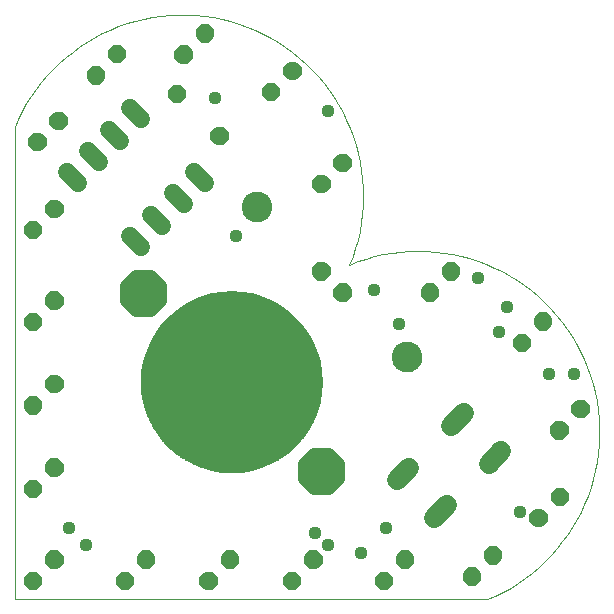
<source format=gbs>
G75*
G70*
%OFA0B0*%
%FSLAX24Y24*%
%IPPOS*%
%LPD*%
%AMOC8*
5,1,8,0,0,1.08239X$1,22.5*
%
%ADD10C,0.0000*%
%ADD11C,0.1025*%
%ADD12C,0.0120*%
%ADD13C,0.0600*%
%ADD14C,0.0680*%
%ADD15R,0.1680X0.1680*%
%ADD16C,0.0316*%
%ADD17C,0.0050*%
%ADD18C,0.0437*%
D10*
X009756Y010038D02*
X009756Y025786D01*
X009873Y026053D01*
X010003Y026314D01*
X010146Y026569D01*
X010300Y026816D01*
X010467Y027055D01*
X010645Y027287D01*
X010833Y027509D01*
X011033Y027722D01*
X011242Y027925D01*
X011461Y028117D01*
X011689Y028299D01*
X011925Y028470D01*
X012170Y028629D01*
X012422Y028776D01*
X012680Y028911D01*
X012945Y029033D01*
X013216Y029142D01*
X013491Y029238D01*
X013771Y029320D01*
X014054Y029389D01*
X014340Y029444D01*
X014629Y029485D01*
X014919Y029513D01*
X015211Y029526D01*
X015502Y029525D01*
X015794Y029510D01*
X016084Y029481D01*
X016372Y029438D01*
X016658Y029381D01*
X016941Y029310D01*
X017220Y029226D01*
X017495Y029128D01*
X017765Y029017D01*
X018029Y028893D01*
X018286Y028757D01*
X018537Y028608D01*
X018781Y028448D01*
X019016Y028276D01*
X019243Y028092D01*
X019461Y027898D01*
X019669Y027694D01*
X019866Y027480D01*
X020054Y027256D01*
X020230Y027024D01*
X020395Y026783D01*
X020548Y026535D01*
X020689Y026280D01*
X020817Y026018D01*
X020933Y025750D01*
X021035Y025477D01*
X021125Y025200D01*
X021200Y024918D01*
X021262Y024633D01*
X021310Y024345D01*
X021345Y024056D01*
X021365Y023765D01*
X021371Y023473D01*
X021363Y023182D01*
X021341Y022891D01*
X021305Y022602D01*
X021255Y022314D01*
X021191Y022030D01*
X021113Y021749D01*
X021022Y021472D01*
X020918Y021199D01*
X022368Y018112D02*
X022370Y018155D01*
X022376Y018197D01*
X022386Y018239D01*
X022399Y018280D01*
X022416Y018320D01*
X022437Y018357D01*
X022461Y018393D01*
X022488Y018426D01*
X022518Y018457D01*
X022551Y018485D01*
X022586Y018510D01*
X022623Y018531D01*
X022662Y018549D01*
X022702Y018563D01*
X022744Y018574D01*
X022786Y018581D01*
X022829Y018584D01*
X022872Y018583D01*
X022915Y018578D01*
X022957Y018569D01*
X022998Y018557D01*
X023038Y018541D01*
X023076Y018521D01*
X023112Y018498D01*
X023146Y018471D01*
X023178Y018442D01*
X023206Y018410D01*
X023232Y018375D01*
X023254Y018339D01*
X023273Y018300D01*
X023288Y018260D01*
X023300Y018219D01*
X023308Y018176D01*
X023312Y018133D01*
X023312Y018091D01*
X023308Y018048D01*
X023300Y018005D01*
X023288Y017964D01*
X023273Y017924D01*
X023254Y017885D01*
X023232Y017849D01*
X023206Y017814D01*
X023178Y017782D01*
X023146Y017753D01*
X023112Y017726D01*
X023076Y017703D01*
X023038Y017683D01*
X022998Y017667D01*
X022957Y017655D01*
X022915Y017646D01*
X022872Y017641D01*
X022829Y017640D01*
X022786Y017643D01*
X022744Y017650D01*
X022702Y017661D01*
X022662Y017675D01*
X022623Y017693D01*
X022586Y017714D01*
X022551Y017739D01*
X022518Y017767D01*
X022488Y017798D01*
X022461Y017831D01*
X022437Y017867D01*
X022416Y017904D01*
X022399Y017944D01*
X022386Y017985D01*
X022376Y018027D01*
X022370Y018069D01*
X022368Y018112D01*
X020918Y021200D02*
X021190Y021304D01*
X021467Y021395D01*
X021748Y021473D01*
X022033Y021537D01*
X022320Y021587D01*
X022609Y021623D01*
X022900Y021645D01*
X023191Y021653D01*
X023483Y021647D01*
X023774Y021627D01*
X024063Y021592D01*
X024351Y021544D01*
X024636Y021482D01*
X024918Y021407D01*
X025195Y021317D01*
X025468Y021215D01*
X025736Y021099D01*
X025998Y020971D01*
X026253Y020830D01*
X026501Y020677D01*
X026742Y020512D01*
X026974Y020336D01*
X027198Y020148D01*
X027412Y019951D01*
X027616Y019743D01*
X027810Y019525D01*
X027994Y019298D01*
X028166Y019063D01*
X028326Y018819D01*
X028475Y018568D01*
X028611Y018311D01*
X028735Y018047D01*
X028846Y017777D01*
X028944Y017502D01*
X029028Y017223D01*
X029099Y016940D01*
X029156Y016654D01*
X029199Y016366D01*
X029228Y016076D01*
X029243Y015784D01*
X029244Y015493D01*
X029231Y015201D01*
X029203Y014911D01*
X029162Y014622D01*
X029107Y014336D01*
X029038Y014053D01*
X028956Y013773D01*
X028860Y013498D01*
X028751Y013227D01*
X028629Y012962D01*
X028494Y012704D01*
X028347Y012452D01*
X028188Y012207D01*
X028017Y011971D01*
X027835Y011743D01*
X027643Y011524D01*
X027440Y011315D01*
X027227Y011115D01*
X027005Y010927D01*
X026773Y010749D01*
X026534Y010582D01*
X026287Y010428D01*
X026032Y010285D01*
X025771Y010155D01*
X025504Y010038D01*
X009756Y010038D01*
X017357Y023123D02*
X017359Y023166D01*
X017365Y023208D01*
X017375Y023250D01*
X017388Y023291D01*
X017405Y023331D01*
X017426Y023368D01*
X017450Y023404D01*
X017477Y023437D01*
X017507Y023468D01*
X017540Y023496D01*
X017575Y023521D01*
X017612Y023542D01*
X017651Y023560D01*
X017691Y023574D01*
X017733Y023585D01*
X017775Y023592D01*
X017818Y023595D01*
X017861Y023594D01*
X017904Y023589D01*
X017946Y023580D01*
X017987Y023568D01*
X018027Y023552D01*
X018065Y023532D01*
X018101Y023509D01*
X018135Y023482D01*
X018167Y023453D01*
X018195Y023421D01*
X018221Y023386D01*
X018243Y023350D01*
X018262Y023311D01*
X018277Y023271D01*
X018289Y023230D01*
X018297Y023187D01*
X018301Y023144D01*
X018301Y023102D01*
X018297Y023059D01*
X018289Y023016D01*
X018277Y022975D01*
X018262Y022935D01*
X018243Y022896D01*
X018221Y022860D01*
X018195Y022825D01*
X018167Y022793D01*
X018135Y022764D01*
X018101Y022737D01*
X018065Y022714D01*
X018027Y022694D01*
X017987Y022678D01*
X017946Y022666D01*
X017904Y022657D01*
X017861Y022652D01*
X017818Y022651D01*
X017775Y022654D01*
X017733Y022661D01*
X017691Y022672D01*
X017651Y022686D01*
X017612Y022704D01*
X017575Y022725D01*
X017540Y022750D01*
X017507Y022778D01*
X017477Y022809D01*
X017450Y022842D01*
X017426Y022878D01*
X017405Y022915D01*
X017388Y022955D01*
X017375Y022996D01*
X017365Y023038D01*
X017359Y023080D01*
X017357Y023123D01*
D11*
X017829Y023123D03*
X022840Y018112D03*
D12*
X023421Y020225D02*
X023361Y020165D01*
X023361Y020363D01*
X023501Y020503D01*
X023699Y020503D01*
X023839Y020363D01*
X023839Y020165D01*
X023699Y020025D01*
X023501Y020025D01*
X023361Y020165D01*
X023451Y020202D01*
X023451Y020326D01*
X023538Y020413D01*
X023662Y020413D01*
X023749Y020326D01*
X023749Y020202D01*
X023662Y020115D01*
X023538Y020115D01*
X023451Y020202D01*
X023541Y020239D01*
X023541Y020289D01*
X023575Y020323D01*
X023625Y020323D01*
X023659Y020289D01*
X023659Y020239D01*
X023625Y020205D01*
X023575Y020205D01*
X023541Y020239D01*
X024129Y020932D02*
X024069Y020872D01*
X024069Y021070D01*
X024209Y021210D01*
X024407Y021210D01*
X024547Y021070D01*
X024547Y020872D01*
X024407Y020732D01*
X024209Y020732D01*
X024069Y020872D01*
X024159Y020909D01*
X024159Y021033D01*
X024246Y021120D01*
X024370Y021120D01*
X024457Y021033D01*
X024457Y020909D01*
X024370Y020822D01*
X024246Y020822D01*
X024159Y020909D01*
X024249Y020946D01*
X024249Y020996D01*
X024283Y021030D01*
X024333Y021030D01*
X024367Y020996D01*
X024367Y020946D01*
X024333Y020912D01*
X024283Y020912D01*
X024249Y020946D01*
X026484Y018554D02*
X026424Y018494D01*
X026424Y018692D01*
X026564Y018832D01*
X026762Y018832D01*
X026902Y018692D01*
X026902Y018494D01*
X026762Y018354D01*
X026564Y018354D01*
X026424Y018494D01*
X026514Y018531D01*
X026514Y018655D01*
X026601Y018742D01*
X026725Y018742D01*
X026812Y018655D01*
X026812Y018531D01*
X026725Y018444D01*
X026601Y018444D01*
X026514Y018531D01*
X026604Y018568D01*
X026604Y018618D01*
X026638Y018652D01*
X026688Y018652D01*
X026722Y018618D01*
X026722Y018568D01*
X026688Y018534D01*
X026638Y018534D01*
X026604Y018568D01*
X027191Y019261D02*
X027131Y019201D01*
X027131Y019399D01*
X027271Y019539D01*
X027469Y019539D01*
X027609Y019399D01*
X027609Y019201D01*
X027469Y019061D01*
X027271Y019061D01*
X027131Y019201D01*
X027221Y019238D01*
X027221Y019362D01*
X027308Y019449D01*
X027432Y019449D01*
X027519Y019362D01*
X027519Y019238D01*
X027432Y019151D01*
X027308Y019151D01*
X027221Y019238D01*
X027311Y019275D01*
X027311Y019325D01*
X027345Y019359D01*
X027395Y019359D01*
X027429Y019325D01*
X027429Y019275D01*
X027395Y019241D01*
X027345Y019241D01*
X027311Y019275D01*
X028444Y016338D02*
X028384Y016278D01*
X028384Y016476D01*
X028524Y016616D01*
X028722Y016616D01*
X028862Y016476D01*
X028862Y016278D01*
X028722Y016138D01*
X028524Y016138D01*
X028384Y016278D01*
X028474Y016315D01*
X028474Y016439D01*
X028561Y016526D01*
X028685Y016526D01*
X028772Y016439D01*
X028772Y016315D01*
X028685Y016228D01*
X028561Y016228D01*
X028474Y016315D01*
X028564Y016352D01*
X028564Y016402D01*
X028598Y016436D01*
X028648Y016436D01*
X028682Y016402D01*
X028682Y016352D01*
X028648Y016318D01*
X028598Y016318D01*
X028564Y016352D01*
X027736Y015631D02*
X027676Y015571D01*
X027676Y015769D01*
X027816Y015909D01*
X028014Y015909D01*
X028154Y015769D01*
X028154Y015571D01*
X028014Y015431D01*
X027816Y015431D01*
X027676Y015571D01*
X027766Y015608D01*
X027766Y015732D01*
X027853Y015819D01*
X027977Y015819D01*
X028064Y015732D01*
X028064Y015608D01*
X027977Y015521D01*
X027853Y015521D01*
X027766Y015608D01*
X027856Y015645D01*
X027856Y015695D01*
X027890Y015729D01*
X027940Y015729D01*
X027974Y015695D01*
X027974Y015645D01*
X027940Y015611D01*
X027890Y015611D01*
X027856Y015645D01*
X027748Y013415D02*
X027688Y013355D01*
X027688Y013553D01*
X027828Y013693D01*
X028026Y013693D01*
X028166Y013553D01*
X028166Y013355D01*
X028026Y013215D01*
X027828Y013215D01*
X027688Y013355D01*
X027778Y013392D01*
X027778Y013516D01*
X027865Y013603D01*
X027989Y013603D01*
X028076Y013516D01*
X028076Y013392D01*
X027989Y013305D01*
X027865Y013305D01*
X027778Y013392D01*
X027868Y013429D01*
X027868Y013479D01*
X027902Y013513D01*
X027952Y013513D01*
X027986Y013479D01*
X027986Y013429D01*
X027952Y013395D01*
X027902Y013395D01*
X027868Y013429D01*
X027040Y012708D02*
X026980Y012648D01*
X026980Y012846D01*
X027120Y012986D01*
X027318Y012986D01*
X027458Y012846D01*
X027458Y012648D01*
X027318Y012508D01*
X027120Y012508D01*
X026980Y012648D01*
X027070Y012685D01*
X027070Y012809D01*
X027157Y012896D01*
X027281Y012896D01*
X027368Y012809D01*
X027368Y012685D01*
X027281Y012598D01*
X027157Y012598D01*
X027070Y012685D01*
X027160Y012722D01*
X027160Y012772D01*
X027194Y012806D01*
X027244Y012806D01*
X027278Y012772D01*
X027278Y012722D01*
X027244Y012688D01*
X027194Y012688D01*
X027160Y012722D01*
X025520Y011467D02*
X025460Y011407D01*
X025460Y011605D01*
X025600Y011745D01*
X025798Y011745D01*
X025938Y011605D01*
X025938Y011407D01*
X025798Y011267D01*
X025600Y011267D01*
X025460Y011407D01*
X025550Y011444D01*
X025550Y011568D01*
X025637Y011655D01*
X025761Y011655D01*
X025848Y011568D01*
X025848Y011444D01*
X025761Y011357D01*
X025637Y011357D01*
X025550Y011444D01*
X025640Y011481D01*
X025640Y011531D01*
X025674Y011565D01*
X025724Y011565D01*
X025758Y011531D01*
X025758Y011481D01*
X025724Y011447D01*
X025674Y011447D01*
X025640Y011481D01*
X024813Y010759D02*
X024753Y010699D01*
X024753Y010897D01*
X024893Y011037D01*
X025091Y011037D01*
X025231Y010897D01*
X025231Y010699D01*
X025091Y010559D01*
X024893Y010559D01*
X024753Y010699D01*
X024843Y010736D01*
X024843Y010860D01*
X024930Y010947D01*
X025054Y010947D01*
X025141Y010860D01*
X025141Y010736D01*
X025054Y010649D01*
X024930Y010649D01*
X024843Y010736D01*
X024933Y010773D01*
X024933Y010823D01*
X024967Y010857D01*
X025017Y010857D01*
X025051Y010823D01*
X025051Y010773D01*
X025017Y010739D01*
X024967Y010739D01*
X024933Y010773D01*
X022597Y011327D02*
X022537Y011267D01*
X022537Y011465D01*
X022677Y011605D01*
X022875Y011605D01*
X023015Y011465D01*
X023015Y011267D01*
X022875Y011127D01*
X022677Y011127D01*
X022537Y011267D01*
X022627Y011304D01*
X022627Y011428D01*
X022714Y011515D01*
X022838Y011515D01*
X022925Y011428D01*
X022925Y011304D01*
X022838Y011217D01*
X022714Y011217D01*
X022627Y011304D01*
X022717Y011341D01*
X022717Y011391D01*
X022751Y011425D01*
X022801Y011425D01*
X022835Y011391D01*
X022835Y011341D01*
X022801Y011307D01*
X022751Y011307D01*
X022717Y011341D01*
X021890Y010620D02*
X021830Y010560D01*
X021830Y010758D01*
X021970Y010898D01*
X022168Y010898D01*
X022308Y010758D01*
X022308Y010560D01*
X022168Y010420D01*
X021970Y010420D01*
X021830Y010560D01*
X021920Y010597D01*
X021920Y010721D01*
X022007Y010808D01*
X022131Y010808D01*
X022218Y010721D01*
X022218Y010597D01*
X022131Y010510D01*
X022007Y010510D01*
X021920Y010597D01*
X022010Y010634D01*
X022010Y010684D01*
X022044Y010718D01*
X022094Y010718D01*
X022128Y010684D01*
X022128Y010634D01*
X022094Y010600D01*
X022044Y010600D01*
X022010Y010634D01*
X019535Y011327D02*
X019475Y011267D01*
X019475Y011465D01*
X019615Y011605D01*
X019813Y011605D01*
X019953Y011465D01*
X019953Y011267D01*
X019813Y011127D01*
X019615Y011127D01*
X019475Y011267D01*
X019565Y011304D01*
X019565Y011428D01*
X019652Y011515D01*
X019776Y011515D01*
X019863Y011428D01*
X019863Y011304D01*
X019776Y011217D01*
X019652Y011217D01*
X019565Y011304D01*
X019655Y011341D01*
X019655Y011391D01*
X019689Y011425D01*
X019739Y011425D01*
X019773Y011391D01*
X019773Y011341D01*
X019739Y011307D01*
X019689Y011307D01*
X019655Y011341D01*
X018828Y010620D02*
X018768Y010560D01*
X018768Y010758D01*
X018908Y010898D01*
X019106Y010898D01*
X019246Y010758D01*
X019246Y010560D01*
X019106Y010420D01*
X018908Y010420D01*
X018768Y010560D01*
X018858Y010597D01*
X018858Y010721D01*
X018945Y010808D01*
X019069Y010808D01*
X019156Y010721D01*
X019156Y010597D01*
X019069Y010510D01*
X018945Y010510D01*
X018858Y010597D01*
X018948Y010634D01*
X018948Y010684D01*
X018982Y010718D01*
X019032Y010718D01*
X019066Y010684D01*
X019066Y010634D01*
X019032Y010600D01*
X018982Y010600D01*
X018948Y010634D01*
X016751Y011327D02*
X016691Y011267D01*
X016691Y011465D01*
X016831Y011605D01*
X017029Y011605D01*
X017169Y011465D01*
X017169Y011267D01*
X017029Y011127D01*
X016831Y011127D01*
X016691Y011267D01*
X016781Y011304D01*
X016781Y011428D01*
X016868Y011515D01*
X016992Y011515D01*
X017079Y011428D01*
X017079Y011304D01*
X016992Y011217D01*
X016868Y011217D01*
X016781Y011304D01*
X016871Y011341D01*
X016871Y011391D01*
X016905Y011425D01*
X016955Y011425D01*
X016989Y011391D01*
X016989Y011341D01*
X016955Y011307D01*
X016905Y011307D01*
X016871Y011341D01*
X016044Y010620D02*
X015984Y010560D01*
X015984Y010758D01*
X016124Y010898D01*
X016322Y010898D01*
X016462Y010758D01*
X016462Y010560D01*
X016322Y010420D01*
X016124Y010420D01*
X015984Y010560D01*
X016074Y010597D01*
X016074Y010721D01*
X016161Y010808D01*
X016285Y010808D01*
X016372Y010721D01*
X016372Y010597D01*
X016285Y010510D01*
X016161Y010510D01*
X016074Y010597D01*
X016164Y010634D01*
X016164Y010684D01*
X016198Y010718D01*
X016248Y010718D01*
X016282Y010684D01*
X016282Y010634D01*
X016248Y010600D01*
X016198Y010600D01*
X016164Y010634D01*
X013967Y011327D02*
X013907Y011267D01*
X013907Y011465D01*
X014047Y011605D01*
X014245Y011605D01*
X014385Y011465D01*
X014385Y011267D01*
X014245Y011127D01*
X014047Y011127D01*
X013907Y011267D01*
X013997Y011304D01*
X013997Y011428D01*
X014084Y011515D01*
X014208Y011515D01*
X014295Y011428D01*
X014295Y011304D01*
X014208Y011217D01*
X014084Y011217D01*
X013997Y011304D01*
X014087Y011341D01*
X014087Y011391D01*
X014121Y011425D01*
X014171Y011425D01*
X014205Y011391D01*
X014205Y011341D01*
X014171Y011307D01*
X014121Y011307D01*
X014087Y011341D01*
X013260Y010620D02*
X013200Y010560D01*
X013200Y010758D01*
X013340Y010898D01*
X013538Y010898D01*
X013678Y010758D01*
X013678Y010560D01*
X013538Y010420D01*
X013340Y010420D01*
X013200Y010560D01*
X013290Y010597D01*
X013290Y010721D01*
X013377Y010808D01*
X013501Y010808D01*
X013588Y010721D01*
X013588Y010597D01*
X013501Y010510D01*
X013377Y010510D01*
X013290Y010597D01*
X013380Y010634D01*
X013380Y010684D01*
X013414Y010718D01*
X013464Y010718D01*
X013498Y010684D01*
X013498Y010634D01*
X013464Y010600D01*
X013414Y010600D01*
X013380Y010634D01*
X010905Y011327D02*
X010845Y011267D01*
X010845Y011465D01*
X010985Y011605D01*
X011183Y011605D01*
X011323Y011465D01*
X011323Y011267D01*
X011183Y011127D01*
X010985Y011127D01*
X010845Y011267D01*
X010935Y011304D01*
X010935Y011428D01*
X011022Y011515D01*
X011146Y011515D01*
X011233Y011428D01*
X011233Y011304D01*
X011146Y011217D01*
X011022Y011217D01*
X010935Y011304D01*
X011025Y011341D01*
X011025Y011391D01*
X011059Y011425D01*
X011109Y011425D01*
X011143Y011391D01*
X011143Y011341D01*
X011109Y011307D01*
X011059Y011307D01*
X011025Y011341D01*
X010198Y010620D02*
X010138Y010560D01*
X010138Y010758D01*
X010278Y010898D01*
X010476Y010898D01*
X010616Y010758D01*
X010616Y010560D01*
X010476Y010420D01*
X010278Y010420D01*
X010138Y010560D01*
X010228Y010597D01*
X010228Y010721D01*
X010315Y010808D01*
X010439Y010808D01*
X010526Y010721D01*
X010526Y010597D01*
X010439Y010510D01*
X010315Y010510D01*
X010228Y010597D01*
X010318Y010634D01*
X010318Y010684D01*
X010352Y010718D01*
X010402Y010718D01*
X010436Y010684D01*
X010436Y010634D01*
X010402Y010600D01*
X010352Y010600D01*
X010318Y010634D01*
X010198Y013682D02*
X010138Y013622D01*
X010138Y013820D01*
X010278Y013960D01*
X010476Y013960D01*
X010616Y013820D01*
X010616Y013622D01*
X010476Y013482D01*
X010278Y013482D01*
X010138Y013622D01*
X010228Y013659D01*
X010228Y013783D01*
X010315Y013870D01*
X010439Y013870D01*
X010526Y013783D01*
X010526Y013659D01*
X010439Y013572D01*
X010315Y013572D01*
X010228Y013659D01*
X010318Y013696D01*
X010318Y013746D01*
X010352Y013780D01*
X010402Y013780D01*
X010436Y013746D01*
X010436Y013696D01*
X010402Y013662D01*
X010352Y013662D01*
X010318Y013696D01*
X010905Y014390D02*
X010845Y014330D01*
X010845Y014528D01*
X010985Y014668D01*
X011183Y014668D01*
X011323Y014528D01*
X011323Y014330D01*
X011183Y014190D01*
X010985Y014190D01*
X010845Y014330D01*
X010935Y014367D01*
X010935Y014491D01*
X011022Y014578D01*
X011146Y014578D01*
X011233Y014491D01*
X011233Y014367D01*
X011146Y014280D01*
X011022Y014280D01*
X010935Y014367D01*
X011025Y014404D01*
X011025Y014454D01*
X011059Y014488D01*
X011109Y014488D01*
X011143Y014454D01*
X011143Y014404D01*
X011109Y014370D01*
X011059Y014370D01*
X011025Y014404D01*
X010198Y016466D02*
X010138Y016406D01*
X010138Y016604D01*
X010278Y016744D01*
X010476Y016744D01*
X010616Y016604D01*
X010616Y016406D01*
X010476Y016266D01*
X010278Y016266D01*
X010138Y016406D01*
X010228Y016443D01*
X010228Y016567D01*
X010315Y016654D01*
X010439Y016654D01*
X010526Y016567D01*
X010526Y016443D01*
X010439Y016356D01*
X010315Y016356D01*
X010228Y016443D01*
X010318Y016480D01*
X010318Y016530D01*
X010352Y016564D01*
X010402Y016564D01*
X010436Y016530D01*
X010436Y016480D01*
X010402Y016446D01*
X010352Y016446D01*
X010318Y016480D01*
X010905Y017173D02*
X010845Y017113D01*
X010845Y017311D01*
X010985Y017451D01*
X011183Y017451D01*
X011323Y017311D01*
X011323Y017113D01*
X011183Y016973D01*
X010985Y016973D01*
X010845Y017113D01*
X010935Y017150D01*
X010935Y017274D01*
X011022Y017361D01*
X011146Y017361D01*
X011233Y017274D01*
X011233Y017150D01*
X011146Y017063D01*
X011022Y017063D01*
X010935Y017150D01*
X011025Y017187D01*
X011025Y017237D01*
X011059Y017271D01*
X011109Y017271D01*
X011143Y017237D01*
X011143Y017187D01*
X011109Y017153D01*
X011059Y017153D01*
X011025Y017187D01*
X010198Y019250D02*
X010138Y019190D01*
X010138Y019388D01*
X010278Y019528D01*
X010476Y019528D01*
X010616Y019388D01*
X010616Y019190D01*
X010476Y019050D01*
X010278Y019050D01*
X010138Y019190D01*
X010228Y019227D01*
X010228Y019351D01*
X010315Y019438D01*
X010439Y019438D01*
X010526Y019351D01*
X010526Y019227D01*
X010439Y019140D01*
X010315Y019140D01*
X010228Y019227D01*
X010318Y019264D01*
X010318Y019314D01*
X010352Y019348D01*
X010402Y019348D01*
X010436Y019314D01*
X010436Y019264D01*
X010402Y019230D01*
X010352Y019230D01*
X010318Y019264D01*
X010905Y019957D02*
X010845Y019897D01*
X010845Y020095D01*
X010985Y020235D01*
X011183Y020235D01*
X011323Y020095D01*
X011323Y019897D01*
X011183Y019757D01*
X010985Y019757D01*
X010845Y019897D01*
X010935Y019934D01*
X010935Y020058D01*
X011022Y020145D01*
X011146Y020145D01*
X011233Y020058D01*
X011233Y019934D01*
X011146Y019847D01*
X011022Y019847D01*
X010935Y019934D01*
X011025Y019971D01*
X011025Y020021D01*
X011059Y020055D01*
X011109Y020055D01*
X011143Y020021D01*
X011143Y019971D01*
X011109Y019937D01*
X011059Y019937D01*
X011025Y019971D01*
X010198Y022312D02*
X010138Y022252D01*
X010138Y022450D01*
X010278Y022590D01*
X010476Y022590D01*
X010616Y022450D01*
X010616Y022252D01*
X010476Y022112D01*
X010278Y022112D01*
X010138Y022252D01*
X010228Y022289D01*
X010228Y022413D01*
X010315Y022500D01*
X010439Y022500D01*
X010526Y022413D01*
X010526Y022289D01*
X010439Y022202D01*
X010315Y022202D01*
X010228Y022289D01*
X010318Y022326D01*
X010318Y022376D01*
X010352Y022410D01*
X010402Y022410D01*
X010436Y022376D01*
X010436Y022326D01*
X010402Y022292D01*
X010352Y022292D01*
X010318Y022326D01*
X010905Y023020D02*
X010845Y022960D01*
X010845Y023158D01*
X010985Y023298D01*
X011183Y023298D01*
X011323Y023158D01*
X011323Y022960D01*
X011183Y022820D01*
X010985Y022820D01*
X010845Y022960D01*
X010935Y022997D01*
X010935Y023121D01*
X011022Y023208D01*
X011146Y023208D01*
X011233Y023121D01*
X011233Y022997D01*
X011146Y022910D01*
X011022Y022910D01*
X010935Y022997D01*
X011025Y023034D01*
X011025Y023084D01*
X011059Y023118D01*
X011109Y023118D01*
X011143Y023084D01*
X011143Y023034D01*
X011109Y023000D01*
X011059Y023000D01*
X011025Y023034D01*
X010337Y025236D02*
X010277Y025176D01*
X010277Y025374D01*
X010417Y025514D01*
X010615Y025514D01*
X010755Y025374D01*
X010755Y025176D01*
X010615Y025036D01*
X010417Y025036D01*
X010277Y025176D01*
X010367Y025213D01*
X010367Y025337D01*
X010454Y025424D01*
X010578Y025424D01*
X010665Y025337D01*
X010665Y025213D01*
X010578Y025126D01*
X010454Y025126D01*
X010367Y025213D01*
X010457Y025250D01*
X010457Y025300D01*
X010491Y025334D01*
X010541Y025334D01*
X010575Y025300D01*
X010575Y025250D01*
X010541Y025216D01*
X010491Y025216D01*
X010457Y025250D01*
X011044Y025943D02*
X010984Y025883D01*
X010984Y026081D01*
X011124Y026221D01*
X011322Y026221D01*
X011462Y026081D01*
X011462Y025883D01*
X011322Y025743D01*
X011124Y025743D01*
X010984Y025883D01*
X011074Y025920D01*
X011074Y026044D01*
X011161Y026131D01*
X011285Y026131D01*
X011372Y026044D01*
X011372Y025920D01*
X011285Y025833D01*
X011161Y025833D01*
X011074Y025920D01*
X011164Y025957D01*
X011164Y026007D01*
X011198Y026041D01*
X011248Y026041D01*
X011282Y026007D01*
X011282Y025957D01*
X011248Y025923D01*
X011198Y025923D01*
X011164Y025957D01*
X012286Y027463D02*
X012226Y027403D01*
X012226Y027601D01*
X012366Y027741D01*
X012564Y027741D01*
X012704Y027601D01*
X012704Y027403D01*
X012564Y027263D01*
X012366Y027263D01*
X012226Y027403D01*
X012316Y027440D01*
X012316Y027564D01*
X012403Y027651D01*
X012527Y027651D01*
X012614Y027564D01*
X012614Y027440D01*
X012527Y027353D01*
X012403Y027353D01*
X012316Y027440D01*
X012406Y027477D01*
X012406Y027527D01*
X012440Y027561D01*
X012490Y027561D01*
X012524Y027527D01*
X012524Y027477D01*
X012490Y027443D01*
X012440Y027443D01*
X012406Y027477D01*
X012993Y028170D02*
X012933Y028110D01*
X012933Y028308D01*
X013073Y028448D01*
X013271Y028448D01*
X013411Y028308D01*
X013411Y028110D01*
X013271Y027970D01*
X013073Y027970D01*
X012933Y028110D01*
X013023Y028147D01*
X013023Y028271D01*
X013110Y028358D01*
X013234Y028358D01*
X013321Y028271D01*
X013321Y028147D01*
X013234Y028060D01*
X013110Y028060D01*
X013023Y028147D01*
X013113Y028184D01*
X013113Y028234D01*
X013147Y028268D01*
X013197Y028268D01*
X013231Y028234D01*
X013231Y028184D01*
X013197Y028150D01*
X013147Y028150D01*
X013113Y028184D01*
X015135Y027071D02*
X015075Y027131D01*
X015273Y027131D01*
X015413Y026991D01*
X015413Y026793D01*
X015273Y026653D01*
X015075Y026653D01*
X014935Y026793D01*
X014935Y026991D01*
X015075Y027131D01*
X015112Y027041D01*
X015236Y027041D01*
X015323Y026954D01*
X015323Y026830D01*
X015236Y026743D01*
X015112Y026743D01*
X015025Y026830D01*
X015025Y026954D01*
X015112Y027041D01*
X015149Y026951D01*
X015199Y026951D01*
X015233Y026917D01*
X015233Y026867D01*
X015199Y026833D01*
X015149Y026833D01*
X015115Y026867D01*
X015115Y026917D01*
X015149Y026951D01*
X015209Y028159D02*
X015149Y028099D01*
X015149Y028297D01*
X015289Y028437D01*
X015487Y028437D01*
X015627Y028297D01*
X015627Y028099D01*
X015487Y027959D01*
X015289Y027959D01*
X015149Y028099D01*
X015239Y028136D01*
X015239Y028260D01*
X015326Y028347D01*
X015450Y028347D01*
X015537Y028260D01*
X015537Y028136D01*
X015450Y028049D01*
X015326Y028049D01*
X015239Y028136D01*
X015329Y028173D01*
X015329Y028223D01*
X015363Y028257D01*
X015413Y028257D01*
X015447Y028223D01*
X015447Y028173D01*
X015413Y028139D01*
X015363Y028139D01*
X015329Y028173D01*
X015916Y028866D02*
X015856Y028806D01*
X015856Y029004D01*
X015996Y029144D01*
X016194Y029144D01*
X016334Y029004D01*
X016334Y028806D01*
X016194Y028666D01*
X015996Y028666D01*
X015856Y028806D01*
X015946Y028843D01*
X015946Y028967D01*
X016033Y029054D01*
X016157Y029054D01*
X016244Y028967D01*
X016244Y028843D01*
X016157Y028756D01*
X016033Y028756D01*
X015946Y028843D01*
X016036Y028880D01*
X016036Y028930D01*
X016070Y028964D01*
X016120Y028964D01*
X016154Y028930D01*
X016154Y028880D01*
X016120Y028846D01*
X016070Y028846D01*
X016036Y028880D01*
X018132Y026906D02*
X018072Y026846D01*
X018072Y027044D01*
X018212Y027184D01*
X018410Y027184D01*
X018550Y027044D01*
X018550Y026846D01*
X018410Y026706D01*
X018212Y026706D01*
X018072Y026846D01*
X018162Y026883D01*
X018162Y027007D01*
X018249Y027094D01*
X018373Y027094D01*
X018460Y027007D01*
X018460Y026883D01*
X018373Y026796D01*
X018249Y026796D01*
X018162Y026883D01*
X018252Y026920D01*
X018252Y026970D01*
X018286Y027004D01*
X018336Y027004D01*
X018370Y026970D01*
X018370Y026920D01*
X018336Y026886D01*
X018286Y026886D01*
X018252Y026920D01*
X018839Y027613D02*
X018779Y027553D01*
X018779Y027751D01*
X018919Y027891D01*
X019117Y027891D01*
X019257Y027751D01*
X019257Y027553D01*
X019117Y027413D01*
X018919Y027413D01*
X018779Y027553D01*
X018869Y027590D01*
X018869Y027714D01*
X018956Y027801D01*
X019080Y027801D01*
X019167Y027714D01*
X019167Y027590D01*
X019080Y027503D01*
X018956Y027503D01*
X018869Y027590D01*
X018959Y027627D01*
X018959Y027677D01*
X018993Y027711D01*
X019043Y027711D01*
X019077Y027677D01*
X019077Y027627D01*
X019043Y027593D01*
X018993Y027593D01*
X018959Y027627D01*
X016549Y025657D02*
X016489Y025717D01*
X016687Y025717D01*
X016827Y025577D01*
X016827Y025379D01*
X016687Y025239D01*
X016489Y025239D01*
X016349Y025379D01*
X016349Y025577D01*
X016489Y025717D01*
X016526Y025627D01*
X016650Y025627D01*
X016737Y025540D01*
X016737Y025416D01*
X016650Y025329D01*
X016526Y025329D01*
X016439Y025416D01*
X016439Y025540D01*
X016526Y025627D01*
X016563Y025537D01*
X016613Y025537D01*
X016647Y025503D01*
X016647Y025453D01*
X016613Y025419D01*
X016563Y025419D01*
X016529Y025453D01*
X016529Y025503D01*
X016563Y025537D01*
X019802Y023844D02*
X019742Y023784D01*
X019742Y023982D01*
X019882Y024122D01*
X020080Y024122D01*
X020220Y023982D01*
X020220Y023784D01*
X020080Y023644D01*
X019882Y023644D01*
X019742Y023784D01*
X019832Y023821D01*
X019832Y023945D01*
X019919Y024032D01*
X020043Y024032D01*
X020130Y023945D01*
X020130Y023821D01*
X020043Y023734D01*
X019919Y023734D01*
X019832Y023821D01*
X019922Y023858D01*
X019922Y023908D01*
X019956Y023942D01*
X020006Y023942D01*
X020040Y023908D01*
X020040Y023858D01*
X020006Y023824D01*
X019956Y023824D01*
X019922Y023858D01*
X020510Y024551D02*
X020450Y024491D01*
X020450Y024689D01*
X020590Y024829D01*
X020788Y024829D01*
X020928Y024689D01*
X020928Y024491D01*
X020788Y024351D01*
X020590Y024351D01*
X020450Y024491D01*
X020540Y024528D01*
X020540Y024652D01*
X020627Y024739D01*
X020751Y024739D01*
X020838Y024652D01*
X020838Y024528D01*
X020751Y024441D01*
X020627Y024441D01*
X020540Y024528D01*
X020630Y024565D01*
X020630Y024615D01*
X020664Y024649D01*
X020714Y024649D01*
X020748Y024615D01*
X020748Y024565D01*
X020714Y024531D01*
X020664Y024531D01*
X020630Y024565D01*
X020020Y020792D02*
X020080Y020732D01*
X019882Y020732D01*
X019742Y020872D01*
X019742Y021070D01*
X019882Y021210D01*
X020080Y021210D01*
X020220Y021070D01*
X020220Y020872D01*
X020080Y020732D01*
X020043Y020822D01*
X019919Y020822D01*
X019832Y020909D01*
X019832Y021033D01*
X019919Y021120D01*
X020043Y021120D01*
X020130Y021033D01*
X020130Y020909D01*
X020043Y020822D01*
X020006Y020912D01*
X019956Y020912D01*
X019922Y020946D01*
X019922Y020996D01*
X019956Y021030D01*
X020006Y021030D01*
X020040Y020996D01*
X020040Y020946D01*
X020006Y020912D01*
X020728Y020085D02*
X020788Y020025D01*
X020590Y020025D01*
X020450Y020165D01*
X020450Y020363D01*
X020590Y020503D01*
X020788Y020503D01*
X020928Y020363D01*
X020928Y020165D01*
X020788Y020025D01*
X020751Y020115D01*
X020627Y020115D01*
X020540Y020202D01*
X020540Y020326D01*
X020627Y020413D01*
X020751Y020413D01*
X020838Y020326D01*
X020838Y020202D01*
X020751Y020115D01*
X020714Y020205D01*
X020664Y020205D01*
X020630Y020239D01*
X020630Y020289D01*
X020664Y020323D01*
X020714Y020323D01*
X020748Y020289D01*
X020748Y020239D01*
X020714Y020205D01*
D13*
X016098Y023913D02*
X015730Y024281D01*
X015023Y023574D02*
X015391Y023206D01*
X014684Y022499D02*
X014316Y022867D01*
X013609Y022159D02*
X013977Y021792D01*
X011855Y023913D02*
X011488Y024281D01*
X012195Y024988D02*
X012562Y024620D01*
X013270Y025327D02*
X012902Y025695D01*
X013609Y026402D02*
X013977Y026034D01*
D14*
X024296Y015815D02*
X024720Y016239D01*
X025979Y014981D02*
X025555Y014556D01*
X024169Y013170D02*
X023744Y012746D01*
X022486Y014005D02*
X022910Y014429D01*
D15*
G36*
X016994Y016089D02*
X015807Y017276D01*
X016994Y018463D01*
X018181Y017276D01*
X016994Y016089D01*
G37*
D16*
X020068Y013834D02*
X020226Y013676D01*
X019702Y013676D01*
X019333Y014045D01*
X019333Y014569D01*
X019702Y014938D01*
X020226Y014938D01*
X020595Y014569D01*
X020595Y014045D01*
X020226Y013676D01*
X020128Y013913D01*
X019800Y013913D01*
X019570Y014143D01*
X019570Y014471D01*
X019800Y014701D01*
X020128Y014701D01*
X020358Y014471D01*
X020358Y014143D01*
X020128Y013913D01*
X020029Y014150D01*
X019899Y014150D01*
X019807Y014242D01*
X019807Y014372D01*
X019899Y014464D01*
X020029Y014464D01*
X020121Y014372D01*
X020121Y014242D01*
X020029Y014150D01*
X014128Y019773D02*
X014286Y019615D01*
X013762Y019615D01*
X013393Y019984D01*
X013393Y020508D01*
X013762Y020877D01*
X014286Y020877D01*
X014655Y020508D01*
X014655Y019984D01*
X014286Y019615D01*
X014188Y019852D01*
X013860Y019852D01*
X013630Y020082D01*
X013630Y020410D01*
X013860Y020640D01*
X014188Y020640D01*
X014418Y020410D01*
X014418Y020082D01*
X014188Y019852D01*
X014089Y020089D01*
X013959Y020089D01*
X013867Y020181D01*
X013867Y020311D01*
X013959Y020403D01*
X014089Y020403D01*
X014181Y020311D01*
X014181Y020181D01*
X014089Y020089D01*
D17*
X014873Y019398D02*
X014649Y019147D01*
X014454Y018873D01*
X014291Y018578D01*
X014163Y018267D01*
X014070Y017944D01*
X014013Y017612D01*
X013994Y017276D01*
X014013Y016941D01*
X014070Y016609D01*
X014163Y016286D01*
X014291Y015975D01*
X014454Y015680D01*
X014649Y015406D01*
X014873Y015155D01*
X015124Y014931D01*
X015398Y014736D01*
X015693Y014574D01*
X016003Y014445D01*
X016327Y014352D01*
X016658Y014295D01*
X016994Y014276D01*
X017330Y014295D01*
X017662Y014352D01*
X017985Y014445D01*
X018296Y014574D01*
X018590Y014736D01*
X018865Y014931D01*
X019116Y015155D01*
X019340Y015406D01*
X019534Y015680D01*
X019697Y015975D01*
X019826Y016286D01*
X019919Y016609D01*
X019975Y016941D01*
X019994Y017276D01*
X019975Y017612D01*
X019919Y017944D01*
X019826Y018267D01*
X019697Y018578D01*
X019534Y018873D01*
X014455Y018873D01*
X014428Y018825D02*
X019561Y018825D01*
X019534Y018873D02*
X019340Y019147D01*
X019116Y019398D01*
X018865Y019622D01*
X018590Y019817D01*
X018296Y019979D01*
X017985Y020108D01*
X017662Y020201D01*
X017330Y020258D01*
X016994Y020276D01*
X016658Y020258D01*
X016327Y020201D01*
X016003Y020108D01*
X015693Y019979D01*
X015398Y019817D01*
X015124Y019622D01*
X014873Y019398D01*
X014884Y019407D02*
X019105Y019407D01*
X019151Y019359D02*
X014838Y019359D01*
X014795Y019310D02*
X019194Y019310D01*
X019237Y019262D02*
X014751Y019262D01*
X014708Y019213D02*
X019281Y019213D01*
X019324Y019165D02*
X014665Y019165D01*
X014627Y019116D02*
X019362Y019116D01*
X019396Y019067D02*
X014592Y019067D01*
X014558Y019019D02*
X019431Y019019D01*
X019465Y018970D02*
X014524Y018970D01*
X014489Y018922D02*
X019500Y018922D01*
X019588Y018776D02*
X014401Y018776D01*
X014374Y018728D02*
X019615Y018728D01*
X019641Y018679D02*
X014347Y018679D01*
X014320Y018631D02*
X019668Y018631D01*
X019695Y018582D02*
X014294Y018582D01*
X014273Y018534D02*
X019716Y018534D01*
X019736Y018485D02*
X014253Y018485D01*
X014233Y018436D02*
X019756Y018436D01*
X019776Y018388D02*
X014213Y018388D01*
X014192Y018339D02*
X019796Y018339D01*
X019816Y018291D02*
X014172Y018291D01*
X014155Y018242D02*
X019833Y018242D01*
X019847Y018194D02*
X014141Y018194D01*
X014127Y018145D02*
X019861Y018145D01*
X019875Y018097D02*
X014113Y018097D01*
X014099Y018048D02*
X019889Y018048D01*
X019903Y018000D02*
X014086Y018000D01*
X014071Y017951D02*
X019917Y017951D01*
X019926Y017902D02*
X014062Y017902D01*
X014054Y017854D02*
X019934Y017854D01*
X019943Y017805D02*
X014046Y017805D01*
X014038Y017757D02*
X019951Y017757D01*
X019959Y017708D02*
X014029Y017708D01*
X014021Y017660D02*
X019967Y017660D01*
X019976Y017611D02*
X014013Y017611D01*
X014010Y017563D02*
X019978Y017563D01*
X019981Y017514D02*
X014008Y017514D01*
X014005Y017466D02*
X019984Y017466D01*
X019986Y017417D02*
X014002Y017417D01*
X013999Y017368D02*
X019989Y017368D01*
X019992Y017320D02*
X013997Y017320D01*
X013995Y017271D02*
X019994Y017271D01*
X019991Y017223D02*
X013997Y017223D01*
X014000Y017174D02*
X019989Y017174D01*
X019986Y017126D02*
X014003Y017126D01*
X014006Y017077D02*
X019983Y017077D01*
X019980Y017029D02*
X014008Y017029D01*
X014011Y016980D02*
X019978Y016980D01*
X019974Y016932D02*
X014015Y016932D01*
X014023Y016883D02*
X019966Y016883D01*
X019957Y016834D02*
X014031Y016834D01*
X014039Y016786D02*
X019949Y016786D01*
X019941Y016737D02*
X014048Y016737D01*
X014056Y016689D02*
X019933Y016689D01*
X019924Y016640D02*
X014064Y016640D01*
X014074Y016592D02*
X019914Y016592D01*
X019900Y016543D02*
X014088Y016543D01*
X014102Y016495D02*
X019886Y016495D01*
X019872Y016446D02*
X014116Y016446D01*
X014130Y016398D02*
X019858Y016398D01*
X019844Y016349D02*
X014144Y016349D01*
X014158Y016301D02*
X019830Y016301D01*
X019812Y016252D02*
X014177Y016252D01*
X014197Y016203D02*
X019792Y016203D01*
X019772Y016155D02*
X014217Y016155D01*
X014237Y016106D02*
X019752Y016106D01*
X019732Y016058D02*
X014257Y016058D01*
X014277Y016009D02*
X019711Y016009D01*
X019689Y015961D02*
X014299Y015961D01*
X014326Y015912D02*
X019663Y015912D01*
X019636Y015864D02*
X014353Y015864D01*
X014380Y015815D02*
X019609Y015815D01*
X019582Y015767D02*
X014407Y015767D01*
X014433Y015718D02*
X019555Y015718D01*
X019527Y015669D02*
X014462Y015669D01*
X014496Y015621D02*
X019492Y015621D01*
X019458Y015572D02*
X014531Y015572D01*
X014565Y015524D02*
X019423Y015524D01*
X019389Y015475D02*
X014600Y015475D01*
X014634Y015427D02*
X019355Y015427D01*
X019315Y015378D02*
X014674Y015378D01*
X014717Y015330D02*
X019272Y015330D01*
X019228Y015281D02*
X014760Y015281D01*
X014804Y015233D02*
X019185Y015233D01*
X019141Y015184D02*
X014847Y015184D01*
X014895Y015135D02*
X019094Y015135D01*
X019039Y015087D02*
X014949Y015087D01*
X015004Y015038D02*
X018985Y015038D01*
X018931Y014990D02*
X015058Y014990D01*
X015112Y014941D02*
X018876Y014941D01*
X018811Y014893D02*
X015178Y014893D01*
X015246Y014844D02*
X018743Y014844D01*
X018674Y014796D02*
X015315Y014796D01*
X015383Y014747D02*
X018606Y014747D01*
X018522Y014699D02*
X015466Y014699D01*
X015554Y014650D02*
X018434Y014650D01*
X018346Y014601D02*
X015642Y014601D01*
X015742Y014553D02*
X018246Y014553D01*
X018129Y014504D02*
X015860Y014504D01*
X015977Y014456D02*
X018012Y014456D01*
X017855Y014407D02*
X016134Y014407D01*
X016302Y014359D02*
X017686Y014359D01*
X017418Y014310D02*
X016571Y014310D01*
X014938Y019456D02*
X019051Y019456D01*
X018996Y019504D02*
X014992Y019504D01*
X015047Y019553D02*
X018942Y019553D01*
X018888Y019601D02*
X015101Y019601D01*
X015163Y019650D02*
X018825Y019650D01*
X018757Y019699D02*
X015232Y019699D01*
X015300Y019747D02*
X018688Y019747D01*
X018620Y019796D02*
X015369Y019796D01*
X015448Y019844D02*
X018541Y019844D01*
X018453Y019893D02*
X015536Y019893D01*
X015624Y019941D02*
X018365Y019941D01*
X018271Y019990D02*
X015718Y019990D01*
X015835Y020038D02*
X018154Y020038D01*
X018036Y020087D02*
X015952Y020087D01*
X016098Y020135D02*
X017890Y020135D01*
X017722Y020184D02*
X016267Y020184D01*
X016511Y020233D02*
X017478Y020233D01*
D18*
X017134Y022148D03*
X020196Y026324D03*
X016438Y026742D03*
X021727Y020339D03*
X022562Y019225D03*
X025207Y020756D03*
X026181Y019782D03*
X025903Y018947D03*
X027573Y017555D03*
X028408Y017555D03*
X026599Y012961D03*
X022144Y012405D03*
X021309Y011570D03*
X020196Y011848D03*
X019778Y012266D03*
X012123Y011848D03*
X011566Y012405D03*
M02*

</source>
